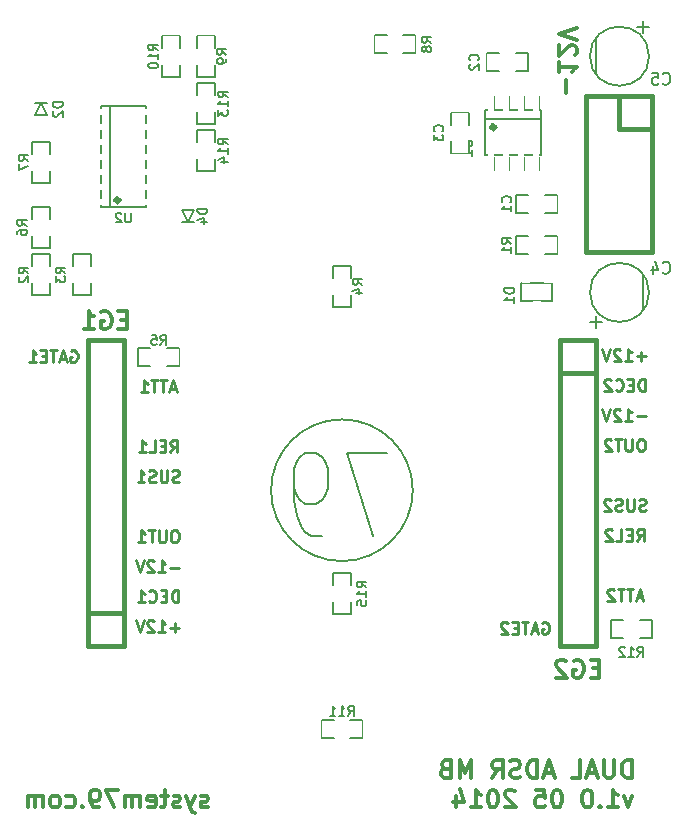
<source format=gbo>
G04 (created by PCBNEW (2013-07-07 BZR 4022)-stable) date 2014-05-25 10:59:23 PM*
%MOIN*%
G04 Gerber Fmt 3.4, Leading zero omitted, Abs format*
%FSLAX34Y34*%
G01*
G70*
G90*
G04 APERTURE LIST*
%ADD10C,0.00590551*%
%ADD11C,0.011811*%
%ADD12C,0.00984252*%
%ADD13C,0.015*%
%ADD14C,0.005*%
%ADD15C,0.016*%
%ADD16C,0.0026*%
%ADD17C,0.008*%
%ADD18C,0.00787402*%
%ADD19C,0.006*%
%ADD20C,0.0787*%
%ADD21R,0.0787X0.0787*%
%ADD22R,0.0276X0.0394*%
%ADD23R,0.0236X0.0866*%
%ADD24R,0.03X0.024*%
%ADD25R,0.0866X0.0236*%
%ADD26R,0.055X0.045*%
%ADD27R,0.045X0.055*%
%ADD28O,0.137795X0.19685*%
%ADD29O,0.0787402X0.137795*%
%ADD30O,0.137795X0.137795*%
%ADD31C,0.0885827*%
%ADD32R,0.0551181X0.0551181*%
%ADD33C,0.0551181*%
G04 APERTURE END LIST*
G54D10*
G54D11*
X50660Y-64777D02*
X50604Y-64805D01*
X50492Y-64805D01*
X50435Y-64777D01*
X50407Y-64721D01*
X50407Y-64693D01*
X50435Y-64637D01*
X50492Y-64609D01*
X50576Y-64609D01*
X50632Y-64580D01*
X50660Y-64524D01*
X50660Y-64496D01*
X50632Y-64440D01*
X50576Y-64412D01*
X50492Y-64412D01*
X50435Y-64440D01*
X50210Y-64412D02*
X50070Y-64805D01*
X49929Y-64412D02*
X50070Y-64805D01*
X50126Y-64946D01*
X50154Y-64974D01*
X50210Y-65002D01*
X49732Y-64777D02*
X49676Y-64805D01*
X49564Y-64805D01*
X49507Y-64777D01*
X49479Y-64721D01*
X49479Y-64693D01*
X49507Y-64637D01*
X49564Y-64609D01*
X49648Y-64609D01*
X49704Y-64580D01*
X49732Y-64524D01*
X49732Y-64496D01*
X49704Y-64440D01*
X49648Y-64412D01*
X49564Y-64412D01*
X49507Y-64440D01*
X49311Y-64412D02*
X49086Y-64412D01*
X49226Y-64215D02*
X49226Y-64721D01*
X49198Y-64777D01*
X49142Y-64805D01*
X49086Y-64805D01*
X48664Y-64777D02*
X48720Y-64805D01*
X48832Y-64805D01*
X48889Y-64777D01*
X48917Y-64721D01*
X48917Y-64496D01*
X48889Y-64440D01*
X48832Y-64412D01*
X48720Y-64412D01*
X48664Y-64440D01*
X48636Y-64496D01*
X48636Y-64552D01*
X48917Y-64609D01*
X48383Y-64805D02*
X48383Y-64412D01*
X48383Y-64468D02*
X48354Y-64440D01*
X48298Y-64412D01*
X48214Y-64412D01*
X48158Y-64440D01*
X48129Y-64496D01*
X48129Y-64805D01*
X48129Y-64496D02*
X48101Y-64440D01*
X48045Y-64412D01*
X47961Y-64412D01*
X47904Y-64440D01*
X47876Y-64496D01*
X47876Y-64805D01*
X47651Y-64215D02*
X47258Y-64215D01*
X47511Y-64805D01*
X47005Y-64805D02*
X46892Y-64805D01*
X46836Y-64777D01*
X46808Y-64749D01*
X46751Y-64665D01*
X46723Y-64552D01*
X46723Y-64327D01*
X46751Y-64271D01*
X46780Y-64243D01*
X46836Y-64215D01*
X46948Y-64215D01*
X47005Y-64243D01*
X47033Y-64271D01*
X47061Y-64327D01*
X47061Y-64468D01*
X47033Y-64524D01*
X47005Y-64552D01*
X46948Y-64580D01*
X46836Y-64580D01*
X46780Y-64552D01*
X46751Y-64524D01*
X46723Y-64468D01*
X46470Y-64749D02*
X46442Y-64777D01*
X46470Y-64805D01*
X46498Y-64777D01*
X46470Y-64749D01*
X46470Y-64805D01*
X45936Y-64777D02*
X45992Y-64805D01*
X46105Y-64805D01*
X46161Y-64777D01*
X46189Y-64749D01*
X46217Y-64693D01*
X46217Y-64524D01*
X46189Y-64468D01*
X46161Y-64440D01*
X46105Y-64412D01*
X45992Y-64412D01*
X45936Y-64440D01*
X45598Y-64805D02*
X45655Y-64777D01*
X45683Y-64749D01*
X45711Y-64693D01*
X45711Y-64524D01*
X45683Y-64468D01*
X45655Y-64440D01*
X45598Y-64412D01*
X45514Y-64412D01*
X45458Y-64440D01*
X45430Y-64468D01*
X45402Y-64524D01*
X45402Y-64693D01*
X45430Y-64749D01*
X45458Y-64777D01*
X45514Y-64805D01*
X45598Y-64805D01*
X45149Y-64805D02*
X45149Y-64412D01*
X45149Y-64468D02*
X45120Y-64440D01*
X45064Y-64412D01*
X44980Y-64412D01*
X44924Y-64440D01*
X44895Y-64496D01*
X44895Y-64805D01*
X44895Y-64496D02*
X44867Y-64440D01*
X44811Y-64412D01*
X44727Y-64412D01*
X44670Y-64440D01*
X44642Y-64496D01*
X44642Y-64805D01*
X64791Y-64412D02*
X64651Y-64805D01*
X64510Y-64412D01*
X63976Y-64805D02*
X64313Y-64805D01*
X64145Y-64805D02*
X64145Y-64215D01*
X64201Y-64299D01*
X64257Y-64356D01*
X64313Y-64384D01*
X63723Y-64749D02*
X63695Y-64777D01*
X63723Y-64805D01*
X63751Y-64777D01*
X63723Y-64749D01*
X63723Y-64805D01*
X63329Y-64215D02*
X63273Y-64215D01*
X63217Y-64243D01*
X63188Y-64271D01*
X63160Y-64327D01*
X63132Y-64440D01*
X63132Y-64580D01*
X63160Y-64693D01*
X63188Y-64749D01*
X63217Y-64777D01*
X63273Y-64805D01*
X63329Y-64805D01*
X63385Y-64777D01*
X63413Y-64749D01*
X63442Y-64693D01*
X63470Y-64580D01*
X63470Y-64440D01*
X63442Y-64327D01*
X63413Y-64271D01*
X63385Y-64243D01*
X63329Y-64215D01*
X62317Y-64215D02*
X62260Y-64215D01*
X62204Y-64243D01*
X62176Y-64271D01*
X62148Y-64327D01*
X62120Y-64440D01*
X62120Y-64580D01*
X62148Y-64693D01*
X62176Y-64749D01*
X62204Y-64777D01*
X62260Y-64805D01*
X62317Y-64805D01*
X62373Y-64777D01*
X62401Y-64749D01*
X62429Y-64693D01*
X62457Y-64580D01*
X62457Y-64440D01*
X62429Y-64327D01*
X62401Y-64271D01*
X62373Y-64243D01*
X62317Y-64215D01*
X61586Y-64215D02*
X61867Y-64215D01*
X61895Y-64496D01*
X61867Y-64468D01*
X61811Y-64440D01*
X61670Y-64440D01*
X61614Y-64468D01*
X61586Y-64496D01*
X61557Y-64552D01*
X61557Y-64693D01*
X61586Y-64749D01*
X61614Y-64777D01*
X61670Y-64805D01*
X61811Y-64805D01*
X61867Y-64777D01*
X61895Y-64749D01*
X60883Y-64271D02*
X60854Y-64243D01*
X60798Y-64215D01*
X60658Y-64215D01*
X60601Y-64243D01*
X60573Y-64271D01*
X60545Y-64327D01*
X60545Y-64384D01*
X60573Y-64468D01*
X60911Y-64805D01*
X60545Y-64805D01*
X60179Y-64215D02*
X60123Y-64215D01*
X60067Y-64243D01*
X60039Y-64271D01*
X60011Y-64327D01*
X59983Y-64440D01*
X59983Y-64580D01*
X60011Y-64693D01*
X60039Y-64749D01*
X60067Y-64777D01*
X60123Y-64805D01*
X60179Y-64805D01*
X60236Y-64777D01*
X60264Y-64749D01*
X60292Y-64693D01*
X60320Y-64580D01*
X60320Y-64440D01*
X60292Y-64327D01*
X60264Y-64271D01*
X60236Y-64243D01*
X60179Y-64215D01*
X59420Y-64805D02*
X59758Y-64805D01*
X59589Y-64805D02*
X59589Y-64215D01*
X59645Y-64299D01*
X59701Y-64356D01*
X59758Y-64384D01*
X58914Y-64412D02*
X58914Y-64805D01*
X59055Y-64187D02*
X59195Y-64609D01*
X58830Y-64609D01*
X64777Y-63821D02*
X64777Y-63231D01*
X64637Y-63231D01*
X64552Y-63259D01*
X64496Y-63315D01*
X64468Y-63371D01*
X64440Y-63484D01*
X64440Y-63568D01*
X64468Y-63681D01*
X64496Y-63737D01*
X64552Y-63793D01*
X64637Y-63821D01*
X64777Y-63821D01*
X64187Y-63231D02*
X64187Y-63709D01*
X64159Y-63765D01*
X64131Y-63793D01*
X64074Y-63821D01*
X63962Y-63821D01*
X63906Y-63793D01*
X63877Y-63765D01*
X63849Y-63709D01*
X63849Y-63231D01*
X63596Y-63652D02*
X63315Y-63652D01*
X63652Y-63821D02*
X63456Y-63231D01*
X63259Y-63821D01*
X62781Y-63821D02*
X63062Y-63821D01*
X63062Y-63231D01*
X62162Y-63652D02*
X61881Y-63652D01*
X62218Y-63821D02*
X62021Y-63231D01*
X61825Y-63821D01*
X61628Y-63821D02*
X61628Y-63231D01*
X61487Y-63231D01*
X61403Y-63259D01*
X61347Y-63315D01*
X61318Y-63371D01*
X61290Y-63484D01*
X61290Y-63568D01*
X61318Y-63681D01*
X61347Y-63737D01*
X61403Y-63793D01*
X61487Y-63821D01*
X61628Y-63821D01*
X61065Y-63793D02*
X60981Y-63821D01*
X60840Y-63821D01*
X60784Y-63793D01*
X60756Y-63765D01*
X60728Y-63709D01*
X60728Y-63652D01*
X60756Y-63596D01*
X60784Y-63568D01*
X60840Y-63540D01*
X60953Y-63512D01*
X61009Y-63484D01*
X61037Y-63456D01*
X61065Y-63399D01*
X61065Y-63343D01*
X61037Y-63287D01*
X61009Y-63259D01*
X60953Y-63231D01*
X60812Y-63231D01*
X60728Y-63259D01*
X60137Y-63821D02*
X60334Y-63540D01*
X60475Y-63821D02*
X60475Y-63231D01*
X60250Y-63231D01*
X60194Y-63259D01*
X60165Y-63287D01*
X60137Y-63343D01*
X60137Y-63428D01*
X60165Y-63484D01*
X60194Y-63512D01*
X60250Y-63540D01*
X60475Y-63540D01*
X59434Y-63821D02*
X59434Y-63231D01*
X59237Y-63652D01*
X59041Y-63231D01*
X59041Y-63821D01*
X58562Y-63512D02*
X58478Y-63540D01*
X58450Y-63568D01*
X58422Y-63624D01*
X58422Y-63709D01*
X58450Y-63765D01*
X58478Y-63793D01*
X58534Y-63821D01*
X58759Y-63821D01*
X58759Y-63231D01*
X58562Y-63231D01*
X58506Y-63259D01*
X58478Y-63287D01*
X58450Y-63343D01*
X58450Y-63399D01*
X58478Y-63456D01*
X58506Y-63484D01*
X58562Y-63512D01*
X58759Y-63512D01*
G54D12*
X65244Y-49769D02*
X64944Y-49769D01*
X65094Y-49919D02*
X65094Y-49619D01*
X64551Y-49919D02*
X64776Y-49919D01*
X64663Y-49919D02*
X64663Y-49525D01*
X64701Y-49581D01*
X64738Y-49619D01*
X64776Y-49637D01*
X64401Y-49562D02*
X64382Y-49544D01*
X64344Y-49525D01*
X64251Y-49525D01*
X64213Y-49544D01*
X64194Y-49562D01*
X64176Y-49600D01*
X64176Y-49637D01*
X64194Y-49694D01*
X64419Y-49919D01*
X64176Y-49919D01*
X64063Y-49525D02*
X63932Y-49919D01*
X63801Y-49525D01*
X65244Y-51769D02*
X64944Y-51769D01*
X64551Y-51919D02*
X64776Y-51919D01*
X64663Y-51919D02*
X64663Y-51525D01*
X64701Y-51581D01*
X64738Y-51619D01*
X64776Y-51637D01*
X64401Y-51562D02*
X64382Y-51544D01*
X64344Y-51525D01*
X64251Y-51525D01*
X64213Y-51544D01*
X64194Y-51562D01*
X64176Y-51600D01*
X64176Y-51637D01*
X64194Y-51694D01*
X64419Y-51919D01*
X64176Y-51919D01*
X64063Y-51525D02*
X63932Y-51919D01*
X63801Y-51525D01*
X65216Y-50919D02*
X65216Y-50525D01*
X65122Y-50525D01*
X65066Y-50544D01*
X65029Y-50581D01*
X65010Y-50619D01*
X64991Y-50694D01*
X64991Y-50750D01*
X65010Y-50825D01*
X65029Y-50862D01*
X65066Y-50900D01*
X65122Y-50919D01*
X65216Y-50919D01*
X64823Y-50712D02*
X64691Y-50712D01*
X64635Y-50919D02*
X64823Y-50919D01*
X64823Y-50525D01*
X64635Y-50525D01*
X64241Y-50881D02*
X64260Y-50900D01*
X64316Y-50919D01*
X64354Y-50919D01*
X64410Y-50900D01*
X64448Y-50862D01*
X64466Y-50825D01*
X64485Y-50750D01*
X64485Y-50694D01*
X64466Y-50619D01*
X64448Y-50581D01*
X64410Y-50544D01*
X64354Y-50525D01*
X64316Y-50525D01*
X64260Y-50544D01*
X64241Y-50562D01*
X64091Y-50562D02*
X64073Y-50544D01*
X64035Y-50525D01*
X63941Y-50525D01*
X63904Y-50544D01*
X63885Y-50562D01*
X63866Y-50600D01*
X63866Y-50637D01*
X63885Y-50694D01*
X64110Y-50919D01*
X63866Y-50919D01*
X65132Y-52525D02*
X65057Y-52525D01*
X65019Y-52544D01*
X64982Y-52581D01*
X64963Y-52656D01*
X64963Y-52787D01*
X64982Y-52862D01*
X65019Y-52900D01*
X65057Y-52919D01*
X65132Y-52919D01*
X65169Y-52900D01*
X65207Y-52862D01*
X65226Y-52787D01*
X65226Y-52656D01*
X65207Y-52581D01*
X65169Y-52544D01*
X65132Y-52525D01*
X64794Y-52525D02*
X64794Y-52844D01*
X64776Y-52881D01*
X64757Y-52900D01*
X64719Y-52919D01*
X64644Y-52919D01*
X64607Y-52900D01*
X64588Y-52881D01*
X64569Y-52844D01*
X64569Y-52525D01*
X64438Y-52525D02*
X64213Y-52525D01*
X64326Y-52919D02*
X64326Y-52525D01*
X64101Y-52562D02*
X64082Y-52544D01*
X64044Y-52525D01*
X63951Y-52525D01*
X63913Y-52544D01*
X63895Y-52562D01*
X63876Y-52600D01*
X63876Y-52637D01*
X63895Y-52694D01*
X64119Y-52919D01*
X63876Y-52919D01*
X65244Y-54900D02*
X65188Y-54919D01*
X65094Y-54919D01*
X65057Y-54900D01*
X65038Y-54881D01*
X65019Y-54844D01*
X65019Y-54806D01*
X65038Y-54769D01*
X65057Y-54750D01*
X65094Y-54731D01*
X65169Y-54712D01*
X65207Y-54694D01*
X65226Y-54675D01*
X65244Y-54637D01*
X65244Y-54600D01*
X65226Y-54562D01*
X65207Y-54544D01*
X65169Y-54525D01*
X65076Y-54525D01*
X65019Y-54544D01*
X64851Y-54525D02*
X64851Y-54844D01*
X64832Y-54881D01*
X64813Y-54900D01*
X64776Y-54919D01*
X64701Y-54919D01*
X64663Y-54900D01*
X64644Y-54881D01*
X64626Y-54844D01*
X64626Y-54525D01*
X64457Y-54900D02*
X64401Y-54919D01*
X64307Y-54919D01*
X64269Y-54900D01*
X64251Y-54881D01*
X64232Y-54844D01*
X64232Y-54806D01*
X64251Y-54769D01*
X64269Y-54750D01*
X64307Y-54731D01*
X64382Y-54712D01*
X64419Y-54694D01*
X64438Y-54675D01*
X64457Y-54637D01*
X64457Y-54600D01*
X64438Y-54562D01*
X64419Y-54544D01*
X64382Y-54525D01*
X64288Y-54525D01*
X64232Y-54544D01*
X64082Y-54562D02*
X64063Y-54544D01*
X64026Y-54525D01*
X63932Y-54525D01*
X63895Y-54544D01*
X63876Y-54562D01*
X63857Y-54600D01*
X63857Y-54637D01*
X63876Y-54694D01*
X64101Y-54919D01*
X63857Y-54919D01*
X64954Y-55919D02*
X65085Y-55731D01*
X65179Y-55919D02*
X65179Y-55525D01*
X65029Y-55525D01*
X64991Y-55544D01*
X64973Y-55562D01*
X64954Y-55600D01*
X64954Y-55656D01*
X64973Y-55694D01*
X64991Y-55712D01*
X65029Y-55731D01*
X65179Y-55731D01*
X64785Y-55712D02*
X64654Y-55712D01*
X64598Y-55919D02*
X64785Y-55919D01*
X64785Y-55525D01*
X64598Y-55525D01*
X64241Y-55919D02*
X64429Y-55919D01*
X64429Y-55525D01*
X64129Y-55562D02*
X64110Y-55544D01*
X64073Y-55525D01*
X63979Y-55525D01*
X63941Y-55544D01*
X63923Y-55562D01*
X63904Y-55600D01*
X63904Y-55637D01*
X63923Y-55694D01*
X64148Y-55919D01*
X63904Y-55919D01*
X65132Y-57806D02*
X64944Y-57806D01*
X65169Y-57919D02*
X65038Y-57525D01*
X64907Y-57919D01*
X64832Y-57525D02*
X64607Y-57525D01*
X64719Y-57919D02*
X64719Y-57525D01*
X64532Y-57525D02*
X64307Y-57525D01*
X64419Y-57919D02*
X64419Y-57525D01*
X64194Y-57562D02*
X64176Y-57544D01*
X64138Y-57525D01*
X64044Y-57525D01*
X64007Y-57544D01*
X63988Y-57562D01*
X63970Y-57600D01*
X63970Y-57637D01*
X63988Y-57694D01*
X64213Y-57919D01*
X63970Y-57919D01*
X61801Y-58642D02*
X61839Y-58623D01*
X61895Y-58623D01*
X61951Y-58642D01*
X61989Y-58680D01*
X62007Y-58717D01*
X62026Y-58792D01*
X62026Y-58848D01*
X62007Y-58923D01*
X61989Y-58961D01*
X61951Y-58998D01*
X61895Y-59017D01*
X61857Y-59017D01*
X61801Y-58998D01*
X61782Y-58980D01*
X61782Y-58848D01*
X61857Y-58848D01*
X61632Y-58905D02*
X61445Y-58905D01*
X61670Y-59017D02*
X61539Y-58623D01*
X61407Y-59017D01*
X61332Y-58623D02*
X61107Y-58623D01*
X61220Y-59017D02*
X61220Y-58623D01*
X60976Y-58811D02*
X60845Y-58811D01*
X60789Y-59017D02*
X60976Y-59017D01*
X60976Y-58623D01*
X60789Y-58623D01*
X60639Y-58661D02*
X60620Y-58642D01*
X60583Y-58623D01*
X60489Y-58623D01*
X60451Y-58642D01*
X60433Y-58661D01*
X60414Y-58698D01*
X60414Y-58736D01*
X60433Y-58792D01*
X60658Y-59017D01*
X60414Y-59017D01*
X46081Y-49587D02*
X46118Y-49568D01*
X46174Y-49568D01*
X46231Y-49587D01*
X46268Y-49625D01*
X46287Y-49662D01*
X46306Y-49737D01*
X46306Y-49793D01*
X46287Y-49868D01*
X46268Y-49906D01*
X46231Y-49943D01*
X46174Y-49962D01*
X46137Y-49962D01*
X46081Y-49943D01*
X46062Y-49925D01*
X46062Y-49793D01*
X46137Y-49793D01*
X45912Y-49850D02*
X45724Y-49850D01*
X45949Y-49962D02*
X45818Y-49568D01*
X45687Y-49962D01*
X45612Y-49568D02*
X45387Y-49568D01*
X45500Y-49962D02*
X45500Y-49568D01*
X45256Y-49756D02*
X45125Y-49756D01*
X45068Y-49962D02*
X45256Y-49962D01*
X45256Y-49568D01*
X45068Y-49568D01*
X44693Y-49962D02*
X44918Y-49962D01*
X44806Y-49962D02*
X44806Y-49568D01*
X44843Y-49625D01*
X44881Y-49662D01*
X44918Y-49681D01*
X49581Y-50850D02*
X49393Y-50850D01*
X49618Y-50962D02*
X49487Y-50568D01*
X49356Y-50962D01*
X49281Y-50568D02*
X49056Y-50568D01*
X49168Y-50962D02*
X49168Y-50568D01*
X48981Y-50568D02*
X48756Y-50568D01*
X48868Y-50962D02*
X48868Y-50568D01*
X48418Y-50962D02*
X48643Y-50962D01*
X48531Y-50962D02*
X48531Y-50568D01*
X48568Y-50625D01*
X48606Y-50662D01*
X48643Y-50681D01*
X49403Y-52962D02*
X49534Y-52775D01*
X49628Y-52962D02*
X49628Y-52568D01*
X49478Y-52568D01*
X49440Y-52587D01*
X49421Y-52606D01*
X49403Y-52643D01*
X49403Y-52700D01*
X49421Y-52737D01*
X49440Y-52756D01*
X49478Y-52775D01*
X49628Y-52775D01*
X49234Y-52756D02*
X49103Y-52756D01*
X49046Y-52962D02*
X49234Y-52962D01*
X49234Y-52568D01*
X49046Y-52568D01*
X48690Y-52962D02*
X48878Y-52962D01*
X48878Y-52568D01*
X48353Y-52962D02*
X48578Y-52962D01*
X48465Y-52962D02*
X48465Y-52568D01*
X48503Y-52625D01*
X48540Y-52662D01*
X48578Y-52681D01*
X49693Y-53943D02*
X49637Y-53962D01*
X49543Y-53962D01*
X49506Y-53943D01*
X49487Y-53925D01*
X49468Y-53887D01*
X49468Y-53850D01*
X49487Y-53812D01*
X49506Y-53793D01*
X49543Y-53775D01*
X49618Y-53756D01*
X49656Y-53737D01*
X49674Y-53718D01*
X49693Y-53681D01*
X49693Y-53643D01*
X49674Y-53606D01*
X49656Y-53587D01*
X49618Y-53568D01*
X49524Y-53568D01*
X49468Y-53587D01*
X49299Y-53568D02*
X49299Y-53887D01*
X49281Y-53925D01*
X49262Y-53943D01*
X49224Y-53962D01*
X49149Y-53962D01*
X49112Y-53943D01*
X49093Y-53925D01*
X49074Y-53887D01*
X49074Y-53568D01*
X48906Y-53943D02*
X48850Y-53962D01*
X48756Y-53962D01*
X48718Y-53943D01*
X48700Y-53925D01*
X48681Y-53887D01*
X48681Y-53850D01*
X48700Y-53812D01*
X48718Y-53793D01*
X48756Y-53775D01*
X48831Y-53756D01*
X48868Y-53737D01*
X48887Y-53718D01*
X48906Y-53681D01*
X48906Y-53643D01*
X48887Y-53606D01*
X48868Y-53587D01*
X48831Y-53568D01*
X48737Y-53568D01*
X48681Y-53587D01*
X48306Y-53962D02*
X48531Y-53962D01*
X48418Y-53962D02*
X48418Y-53568D01*
X48456Y-53625D01*
X48493Y-53662D01*
X48531Y-53681D01*
X49581Y-55568D02*
X49506Y-55568D01*
X49468Y-55587D01*
X49431Y-55625D01*
X49412Y-55700D01*
X49412Y-55831D01*
X49431Y-55906D01*
X49468Y-55943D01*
X49506Y-55962D01*
X49581Y-55962D01*
X49618Y-55943D01*
X49656Y-55906D01*
X49674Y-55831D01*
X49674Y-55700D01*
X49656Y-55625D01*
X49618Y-55587D01*
X49581Y-55568D01*
X49243Y-55568D02*
X49243Y-55887D01*
X49224Y-55925D01*
X49206Y-55943D01*
X49168Y-55962D01*
X49093Y-55962D01*
X49056Y-55943D01*
X49037Y-55925D01*
X49018Y-55887D01*
X49018Y-55568D01*
X48887Y-55568D02*
X48662Y-55568D01*
X48775Y-55962D02*
X48775Y-55568D01*
X48325Y-55962D02*
X48550Y-55962D01*
X48437Y-55962D02*
X48437Y-55568D01*
X48475Y-55625D01*
X48512Y-55662D01*
X48550Y-55681D01*
X49665Y-57962D02*
X49665Y-57568D01*
X49571Y-57568D01*
X49515Y-57587D01*
X49478Y-57625D01*
X49459Y-57662D01*
X49440Y-57737D01*
X49440Y-57793D01*
X49459Y-57868D01*
X49478Y-57906D01*
X49515Y-57943D01*
X49571Y-57962D01*
X49665Y-57962D01*
X49271Y-57756D02*
X49140Y-57756D01*
X49084Y-57962D02*
X49271Y-57962D01*
X49271Y-57568D01*
X49084Y-57568D01*
X48690Y-57925D02*
X48709Y-57943D01*
X48765Y-57962D01*
X48803Y-57962D01*
X48859Y-57943D01*
X48896Y-57906D01*
X48915Y-57868D01*
X48934Y-57793D01*
X48934Y-57737D01*
X48915Y-57662D01*
X48896Y-57625D01*
X48859Y-57587D01*
X48803Y-57568D01*
X48765Y-57568D01*
X48709Y-57587D01*
X48690Y-57606D01*
X48315Y-57962D02*
X48540Y-57962D01*
X48428Y-57962D02*
X48428Y-57568D01*
X48465Y-57625D01*
X48503Y-57662D01*
X48540Y-57681D01*
X49693Y-56812D02*
X49393Y-56812D01*
X49000Y-56962D02*
X49224Y-56962D01*
X49112Y-56962D02*
X49112Y-56568D01*
X49149Y-56625D01*
X49187Y-56662D01*
X49224Y-56681D01*
X48850Y-56606D02*
X48831Y-56587D01*
X48793Y-56568D01*
X48700Y-56568D01*
X48662Y-56587D01*
X48643Y-56606D01*
X48625Y-56643D01*
X48625Y-56681D01*
X48643Y-56737D01*
X48868Y-56962D01*
X48625Y-56962D01*
X48512Y-56568D02*
X48381Y-56962D01*
X48250Y-56568D01*
X49693Y-58812D02*
X49393Y-58812D01*
X49543Y-58962D02*
X49543Y-58662D01*
X49000Y-58962D02*
X49224Y-58962D01*
X49112Y-58962D02*
X49112Y-58568D01*
X49149Y-58625D01*
X49187Y-58662D01*
X49224Y-58681D01*
X48850Y-58606D02*
X48831Y-58587D01*
X48793Y-58568D01*
X48700Y-58568D01*
X48662Y-58587D01*
X48643Y-58606D01*
X48625Y-58643D01*
X48625Y-58681D01*
X48643Y-58737D01*
X48868Y-58962D01*
X48625Y-58962D01*
X48512Y-58568D02*
X48381Y-58962D01*
X48250Y-58568D01*
G54D11*
X63695Y-60165D02*
X63498Y-60165D01*
X63413Y-60475D02*
X63695Y-60475D01*
X63695Y-59884D01*
X63413Y-59884D01*
X62851Y-59912D02*
X62907Y-59884D01*
X62992Y-59884D01*
X63076Y-59912D01*
X63132Y-59969D01*
X63160Y-60025D01*
X63188Y-60137D01*
X63188Y-60222D01*
X63160Y-60334D01*
X63132Y-60390D01*
X63076Y-60447D01*
X62992Y-60475D01*
X62935Y-60475D01*
X62851Y-60447D01*
X62823Y-60419D01*
X62823Y-60222D01*
X62935Y-60222D01*
X62598Y-59940D02*
X62570Y-59912D01*
X62514Y-59884D01*
X62373Y-59884D01*
X62317Y-59912D01*
X62289Y-59940D01*
X62260Y-59997D01*
X62260Y-60053D01*
X62289Y-60137D01*
X62626Y-60475D01*
X62260Y-60475D01*
X47947Y-48551D02*
X47750Y-48551D01*
X47665Y-48861D02*
X47947Y-48861D01*
X47947Y-48270D01*
X47665Y-48270D01*
X47103Y-48298D02*
X47159Y-48270D01*
X47244Y-48270D01*
X47328Y-48298D01*
X47384Y-48354D01*
X47412Y-48411D01*
X47440Y-48523D01*
X47440Y-48607D01*
X47412Y-48720D01*
X47384Y-48776D01*
X47328Y-48832D01*
X47244Y-48861D01*
X47187Y-48861D01*
X47103Y-48832D01*
X47075Y-48804D01*
X47075Y-48607D01*
X47187Y-48607D01*
X46512Y-48861D02*
X46850Y-48861D01*
X46681Y-48861D02*
X46681Y-48270D01*
X46737Y-48354D01*
X46794Y-48411D01*
X46850Y-48439D01*
X62584Y-41001D02*
X62584Y-40551D01*
X62359Y-39960D02*
X62359Y-40298D01*
X62359Y-40129D02*
X62949Y-40129D01*
X62865Y-40185D01*
X62809Y-40241D01*
X62781Y-40298D01*
X62893Y-39735D02*
X62921Y-39707D01*
X62949Y-39651D01*
X62949Y-39510D01*
X62921Y-39454D01*
X62893Y-39426D01*
X62837Y-39398D01*
X62781Y-39398D01*
X62696Y-39426D01*
X62359Y-39763D01*
X62359Y-39398D01*
X62949Y-39229D02*
X62359Y-39032D01*
X62949Y-38835D01*
G54D13*
X63270Y-46300D02*
X65470Y-46300D01*
X65470Y-46300D02*
X65470Y-41100D01*
X63270Y-41100D02*
X63270Y-46300D01*
X64370Y-42200D02*
X65470Y-42200D01*
X64370Y-42200D02*
X64370Y-41100D01*
X65470Y-41100D02*
X63270Y-41100D01*
G54D14*
X62114Y-47337D02*
X61089Y-47337D01*
X61089Y-47337D02*
X61089Y-47937D01*
X61089Y-47937D02*
X62114Y-47937D01*
X62114Y-47937D02*
X62114Y-47337D01*
G54D15*
X60225Y-42133D02*
G75*
G03X60225Y-42133I-70J0D01*
G74*
G01*
G54D16*
X59980Y-41102D02*
X60173Y-41102D01*
X60173Y-41102D02*
X60173Y-41535D01*
X59980Y-41535D02*
X60173Y-41535D01*
X59980Y-41102D02*
X59980Y-41535D01*
X60480Y-41102D02*
X60673Y-41102D01*
X60673Y-41102D02*
X60673Y-41535D01*
X60480Y-41535D02*
X60673Y-41535D01*
X60480Y-41102D02*
X60480Y-41535D01*
X60979Y-41102D02*
X61172Y-41102D01*
X61172Y-41102D02*
X61172Y-41535D01*
X60979Y-41535D02*
X61172Y-41535D01*
X60979Y-41102D02*
X60979Y-41535D01*
X61479Y-41102D02*
X61672Y-41102D01*
X61672Y-41102D02*
X61672Y-41535D01*
X61479Y-41535D02*
X61672Y-41535D01*
X61479Y-41102D02*
X61479Y-41535D01*
X61479Y-43109D02*
X61672Y-43109D01*
X61672Y-43109D02*
X61672Y-43542D01*
X61479Y-43542D02*
X61672Y-43542D01*
X61479Y-43109D02*
X61479Y-43542D01*
X60979Y-43109D02*
X61172Y-43109D01*
X61172Y-43109D02*
X61172Y-43542D01*
X60979Y-43542D02*
X61172Y-43542D01*
X60979Y-43109D02*
X60979Y-43542D01*
X60480Y-43109D02*
X60673Y-43109D01*
X60673Y-43109D02*
X60673Y-43542D01*
X60480Y-43542D02*
X60673Y-43542D01*
X60480Y-43109D02*
X60480Y-43542D01*
X59980Y-43109D02*
X60173Y-43109D01*
X60173Y-43109D02*
X60173Y-43542D01*
X59980Y-43542D02*
X60173Y-43542D01*
X59980Y-43109D02*
X59980Y-43542D01*
G54D17*
X61770Y-43070D02*
X61770Y-41771D01*
X61770Y-41771D02*
X61770Y-41574D01*
X61770Y-41574D02*
X59882Y-41574D01*
X59882Y-41574D02*
X59882Y-41771D01*
X59882Y-41771D02*
X59882Y-43070D01*
X59882Y-43070D02*
X61770Y-43070D01*
X61770Y-41871D02*
X59882Y-41871D01*
G54D10*
X45278Y-41335D02*
X44878Y-41335D01*
X45278Y-41735D02*
X44878Y-41735D01*
X44878Y-41735D02*
X45078Y-41335D01*
X45078Y-41335D02*
X45278Y-41735D01*
X49800Y-45278D02*
X50200Y-45278D01*
X49800Y-44878D02*
X50200Y-44878D01*
X50200Y-44878D02*
X50000Y-45278D01*
X50000Y-45278D02*
X49800Y-44878D01*
G54D13*
X47705Y-44560D02*
G75*
G03X47705Y-44560I-70J0D01*
G74*
G01*
G54D16*
X46614Y-44706D02*
X46614Y-44513D01*
X46614Y-44513D02*
X47047Y-44513D01*
X47047Y-44706D02*
X47047Y-44513D01*
X46614Y-44706D02*
X47047Y-44706D01*
X46614Y-44206D02*
X46614Y-44013D01*
X46614Y-44013D02*
X47047Y-44013D01*
X47047Y-44206D02*
X47047Y-44013D01*
X46614Y-44206D02*
X47047Y-44206D01*
X46614Y-43706D02*
X46614Y-43513D01*
X46614Y-43513D02*
X47047Y-43513D01*
X47047Y-43706D02*
X47047Y-43513D01*
X46614Y-43706D02*
X47047Y-43706D01*
X46614Y-43206D02*
X46614Y-43014D01*
X46614Y-43014D02*
X47047Y-43014D01*
X47047Y-43206D02*
X47047Y-43014D01*
X46614Y-43206D02*
X47047Y-43206D01*
X48621Y-43206D02*
X48621Y-43014D01*
X48621Y-43014D02*
X49054Y-43014D01*
X49054Y-43206D02*
X49054Y-43014D01*
X48621Y-43206D02*
X49054Y-43206D01*
X48621Y-43706D02*
X48621Y-43513D01*
X48621Y-43513D02*
X49054Y-43513D01*
X49054Y-43706D02*
X49054Y-43513D01*
X48621Y-43706D02*
X49054Y-43706D01*
X48621Y-44206D02*
X48621Y-44013D01*
X48621Y-44013D02*
X49054Y-44013D01*
X49054Y-44206D02*
X49054Y-44013D01*
X48621Y-44206D02*
X49054Y-44206D01*
X48621Y-44706D02*
X48621Y-44513D01*
X48621Y-44513D02*
X49054Y-44513D01*
X49054Y-44706D02*
X49054Y-44513D01*
X48621Y-44706D02*
X49054Y-44706D01*
X46614Y-42707D02*
X46614Y-42514D01*
X46614Y-42514D02*
X47047Y-42514D01*
X47047Y-42707D02*
X47047Y-42514D01*
X46614Y-42707D02*
X47047Y-42707D01*
X46614Y-42207D02*
X46614Y-42014D01*
X46614Y-42014D02*
X47047Y-42014D01*
X47047Y-42207D02*
X47047Y-42014D01*
X46614Y-42207D02*
X47047Y-42207D01*
X46614Y-41707D02*
X46614Y-41514D01*
X46614Y-41514D02*
X47047Y-41514D01*
X47047Y-41707D02*
X47047Y-41514D01*
X46614Y-41707D02*
X47047Y-41707D01*
X48621Y-41707D02*
X48621Y-41514D01*
X48621Y-41514D02*
X49054Y-41514D01*
X49054Y-41707D02*
X49054Y-41514D01*
X48621Y-41707D02*
X49054Y-41707D01*
X48621Y-42207D02*
X48621Y-42014D01*
X48621Y-42014D02*
X49054Y-42014D01*
X49054Y-42207D02*
X49054Y-42014D01*
X48621Y-42207D02*
X49054Y-42207D01*
X48621Y-42707D02*
X48621Y-42514D01*
X48621Y-42514D02*
X49054Y-42514D01*
X49054Y-42707D02*
X49054Y-42514D01*
X48621Y-42707D02*
X49054Y-42707D01*
G54D17*
X47086Y-41416D02*
X47086Y-44804D01*
X47086Y-44804D02*
X47283Y-44804D01*
X47283Y-44804D02*
X48582Y-44804D01*
X47383Y-41416D02*
X47383Y-44804D01*
X48582Y-41416D02*
X47283Y-41416D01*
X47283Y-41416D02*
X47086Y-41416D01*
X48582Y-44804D02*
X48582Y-41416D01*
G54D14*
X45378Y-43027D02*
X45378Y-42627D01*
X45378Y-42627D02*
X44778Y-42627D01*
X44778Y-42627D02*
X44778Y-43027D01*
X44778Y-43587D02*
X44778Y-43987D01*
X44778Y-43987D02*
X45378Y-43987D01*
X45378Y-43987D02*
X45378Y-43587D01*
X65043Y-59158D02*
X65443Y-59158D01*
X65443Y-59158D02*
X65443Y-58558D01*
X65443Y-58558D02*
X65043Y-58558D01*
X64483Y-58558D02*
X64083Y-58558D01*
X64083Y-58558D02*
X64083Y-59158D01*
X64083Y-59158D02*
X64483Y-59158D01*
X44778Y-45752D02*
X44778Y-46152D01*
X44778Y-46152D02*
X45378Y-46152D01*
X45378Y-46152D02*
X45378Y-45752D01*
X45378Y-45192D02*
X45378Y-44792D01*
X45378Y-44792D02*
X44778Y-44792D01*
X44778Y-44792D02*
X44778Y-45192D01*
X45378Y-46767D02*
X45378Y-46367D01*
X45378Y-46367D02*
X44778Y-46367D01*
X44778Y-46367D02*
X44778Y-46767D01*
X44778Y-47327D02*
X44778Y-47727D01*
X44778Y-47727D02*
X45378Y-47727D01*
X45378Y-47727D02*
X45378Y-47327D01*
X46156Y-47327D02*
X46156Y-47727D01*
X46156Y-47727D02*
X46756Y-47727D01*
X46756Y-47727D02*
X46756Y-47327D01*
X46756Y-46767D02*
X46756Y-46367D01*
X46756Y-46367D02*
X46156Y-46367D01*
X46156Y-46367D02*
X46156Y-46767D01*
X49295Y-50103D02*
X49695Y-50103D01*
X49695Y-50103D02*
X49695Y-49503D01*
X49695Y-49503D02*
X49295Y-49503D01*
X48735Y-49503D02*
X48335Y-49503D01*
X48335Y-49503D02*
X48335Y-50103D01*
X48335Y-50103D02*
X48735Y-50103D01*
X60349Y-39660D02*
X59949Y-39660D01*
X59949Y-39660D02*
X59949Y-40260D01*
X59949Y-40260D02*
X60349Y-40260D01*
X60909Y-40260D02*
X61309Y-40260D01*
X61309Y-40260D02*
X61309Y-39660D01*
X61309Y-39660D02*
X60909Y-39660D01*
X58755Y-42602D02*
X58755Y-43002D01*
X58755Y-43002D02*
X59355Y-43002D01*
X59355Y-43002D02*
X59355Y-42602D01*
X59355Y-42042D02*
X59355Y-41642D01*
X59355Y-41642D02*
X58755Y-41642D01*
X58755Y-41642D02*
X58755Y-42042D01*
X55398Y-62504D02*
X55798Y-62504D01*
X55798Y-62504D02*
X55798Y-61904D01*
X55798Y-61904D02*
X55398Y-61904D01*
X54838Y-61904D02*
X54438Y-61904D01*
X54438Y-61904D02*
X54438Y-62504D01*
X54438Y-62504D02*
X54838Y-62504D01*
X55418Y-57397D02*
X55418Y-56997D01*
X55418Y-56997D02*
X54818Y-56997D01*
X54818Y-56997D02*
X54818Y-57397D01*
X54818Y-57957D02*
X54818Y-58357D01*
X54818Y-58357D02*
X55418Y-58357D01*
X55418Y-58357D02*
X55418Y-57957D01*
X50290Y-43193D02*
X50290Y-43593D01*
X50290Y-43593D02*
X50890Y-43593D01*
X50890Y-43593D02*
X50890Y-43193D01*
X50890Y-42633D02*
X50890Y-42233D01*
X50890Y-42233D02*
X50290Y-42233D01*
X50290Y-42233D02*
X50290Y-42633D01*
X50890Y-41058D02*
X50890Y-40658D01*
X50890Y-40658D02*
X50290Y-40658D01*
X50290Y-40658D02*
X50290Y-41058D01*
X50290Y-41618D02*
X50290Y-42018D01*
X50290Y-42018D02*
X50890Y-42018D01*
X50890Y-42018D02*
X50890Y-41618D01*
X50290Y-40043D02*
X50290Y-40443D01*
X50290Y-40443D02*
X50890Y-40443D01*
X50890Y-40443D02*
X50890Y-40043D01*
X50890Y-39483D02*
X50890Y-39083D01*
X50890Y-39083D02*
X50290Y-39083D01*
X50290Y-39083D02*
X50290Y-39483D01*
X49709Y-39483D02*
X49709Y-39083D01*
X49709Y-39083D02*
X49109Y-39083D01*
X49109Y-39083D02*
X49109Y-39483D01*
X49109Y-40043D02*
X49109Y-40443D01*
X49109Y-40443D02*
X49709Y-40443D01*
X49709Y-40443D02*
X49709Y-40043D01*
X54818Y-47720D02*
X54818Y-48120D01*
X54818Y-48120D02*
X55418Y-48120D01*
X55418Y-48120D02*
X55418Y-47720D01*
X55418Y-47160D02*
X55418Y-46760D01*
X55418Y-46760D02*
X54818Y-46760D01*
X54818Y-46760D02*
X54818Y-47160D01*
X57169Y-39670D02*
X57569Y-39670D01*
X57569Y-39670D02*
X57569Y-39070D01*
X57569Y-39070D02*
X57169Y-39070D01*
X56609Y-39070D02*
X56209Y-39070D01*
X56209Y-39070D02*
X56209Y-39670D01*
X56209Y-39670D02*
X56609Y-39670D01*
X61334Y-44385D02*
X60934Y-44385D01*
X60934Y-44385D02*
X60934Y-44985D01*
X60934Y-44985D02*
X61334Y-44985D01*
X61894Y-44985D02*
X62294Y-44985D01*
X62294Y-44985D02*
X62294Y-44385D01*
X62294Y-44385D02*
X61894Y-44385D01*
X61894Y-46362D02*
X62294Y-46362D01*
X62294Y-46362D02*
X62294Y-45762D01*
X62294Y-45762D02*
X61894Y-45762D01*
X61334Y-45762D02*
X60934Y-45762D01*
X60934Y-45762D02*
X60934Y-46362D01*
X60934Y-46362D02*
X61334Y-46362D01*
G54D13*
X63592Y-49230D02*
X63592Y-59430D01*
X62392Y-49230D02*
X62392Y-59430D01*
X62392Y-59430D02*
X63592Y-59430D01*
X62392Y-50330D02*
X63592Y-50330D01*
X62392Y-49230D02*
X63592Y-49230D01*
X46644Y-59430D02*
X46644Y-49230D01*
X47844Y-59430D02*
X47844Y-49230D01*
X47844Y-49230D02*
X46644Y-49230D01*
X47844Y-58330D02*
X46644Y-58330D01*
X47844Y-59430D02*
X46644Y-59430D01*
G54D10*
X63582Y-39173D02*
X63582Y-40354D01*
X65354Y-38779D02*
X64960Y-38779D01*
X65157Y-38976D02*
X65157Y-38582D01*
X65354Y-39763D02*
G75*
G03X65354Y-39763I-984J0D01*
G74*
G01*
X65157Y-48228D02*
X65157Y-47047D01*
X63385Y-48622D02*
X63779Y-48622D01*
X63582Y-48425D02*
X63582Y-48818D01*
X65354Y-47637D02*
G75*
G03X65354Y-47637I-984J0D01*
G74*
G01*
G54D18*
X57480Y-54232D02*
G75*
G03X57480Y-54232I-2362J0D01*
G74*
G01*
G54D19*
X60857Y-47500D02*
X60537Y-47500D01*
X60537Y-47576D01*
X60553Y-47621D01*
X60583Y-47652D01*
X60614Y-47667D01*
X60675Y-47682D01*
X60720Y-47682D01*
X60781Y-47667D01*
X60812Y-47652D01*
X60842Y-47621D01*
X60857Y-47576D01*
X60857Y-47500D01*
X60857Y-47987D02*
X60857Y-47804D01*
X60857Y-47896D02*
X60537Y-47896D01*
X60583Y-47865D01*
X60614Y-47835D01*
X60629Y-47804D01*
X59136Y-42579D02*
X59395Y-42579D01*
X59425Y-42594D01*
X59441Y-42609D01*
X59456Y-42639D01*
X59456Y-42700D01*
X59441Y-42731D01*
X59425Y-42746D01*
X59395Y-42761D01*
X59136Y-42761D01*
X59456Y-43081D02*
X59456Y-42899D01*
X59456Y-42990D02*
X59136Y-42990D01*
X59182Y-42959D01*
X59212Y-42929D01*
X59227Y-42899D01*
X45808Y-41299D02*
X45488Y-41299D01*
X45488Y-41375D01*
X45503Y-41421D01*
X45533Y-41451D01*
X45564Y-41466D01*
X45625Y-41482D01*
X45671Y-41482D01*
X45732Y-41466D01*
X45762Y-41451D01*
X45793Y-41421D01*
X45808Y-41375D01*
X45808Y-41299D01*
X45518Y-41604D02*
X45503Y-41619D01*
X45488Y-41649D01*
X45488Y-41725D01*
X45503Y-41756D01*
X45518Y-41771D01*
X45549Y-41786D01*
X45579Y-41786D01*
X45625Y-41771D01*
X45808Y-41588D01*
X45808Y-41786D01*
X50621Y-44842D02*
X50301Y-44842D01*
X50301Y-44918D01*
X50316Y-44964D01*
X50347Y-44994D01*
X50377Y-45010D01*
X50438Y-45025D01*
X50484Y-45025D01*
X50545Y-45010D01*
X50575Y-44994D01*
X50606Y-44964D01*
X50621Y-44918D01*
X50621Y-44842D01*
X50408Y-45299D02*
X50621Y-45299D01*
X50286Y-45223D02*
X50514Y-45147D01*
X50514Y-45345D01*
X48078Y-44986D02*
X48078Y-45245D01*
X48063Y-45276D01*
X48047Y-45291D01*
X48017Y-45306D01*
X47956Y-45306D01*
X47926Y-45291D01*
X47910Y-45276D01*
X47895Y-45245D01*
X47895Y-44986D01*
X47758Y-45017D02*
X47743Y-45001D01*
X47712Y-44986D01*
X47636Y-44986D01*
X47606Y-45001D01*
X47590Y-45017D01*
X47575Y-45047D01*
X47575Y-45078D01*
X47590Y-45123D01*
X47773Y-45306D01*
X47575Y-45306D01*
X44658Y-43253D02*
X44505Y-43147D01*
X44658Y-43070D02*
X44338Y-43070D01*
X44338Y-43192D01*
X44353Y-43223D01*
X44368Y-43238D01*
X44399Y-43253D01*
X44444Y-43253D01*
X44475Y-43238D01*
X44490Y-43223D01*
X44505Y-43192D01*
X44505Y-43070D01*
X44338Y-43360D02*
X44338Y-43573D01*
X44658Y-43436D01*
X64969Y-59775D02*
X65076Y-59622D01*
X65152Y-59775D02*
X65152Y-59455D01*
X65030Y-59455D01*
X64999Y-59470D01*
X64984Y-59485D01*
X64969Y-59516D01*
X64969Y-59561D01*
X64984Y-59592D01*
X64999Y-59607D01*
X65030Y-59622D01*
X65152Y-59622D01*
X64664Y-59775D02*
X64847Y-59775D01*
X64756Y-59775D02*
X64756Y-59455D01*
X64786Y-59500D01*
X64817Y-59531D01*
X64847Y-59546D01*
X64542Y-59485D02*
X64527Y-59470D01*
X64497Y-59455D01*
X64420Y-59455D01*
X64390Y-59470D01*
X64375Y-59485D01*
X64359Y-59516D01*
X64359Y-59546D01*
X64375Y-59592D01*
X64558Y-59775D01*
X64359Y-59775D01*
X44617Y-45419D02*
X44465Y-45312D01*
X44617Y-45236D02*
X44297Y-45236D01*
X44297Y-45358D01*
X44312Y-45388D01*
X44328Y-45403D01*
X44358Y-45419D01*
X44404Y-45419D01*
X44434Y-45403D01*
X44450Y-45388D01*
X44465Y-45358D01*
X44465Y-45236D01*
X44297Y-45693D02*
X44297Y-45632D01*
X44312Y-45601D01*
X44328Y-45586D01*
X44373Y-45556D01*
X44434Y-45541D01*
X44556Y-45541D01*
X44587Y-45556D01*
X44602Y-45571D01*
X44617Y-45601D01*
X44617Y-45662D01*
X44602Y-45693D01*
X44587Y-45708D01*
X44556Y-45723D01*
X44480Y-45723D01*
X44450Y-45708D01*
X44434Y-45693D01*
X44419Y-45662D01*
X44419Y-45601D01*
X44434Y-45571D01*
X44450Y-45556D01*
X44480Y-45541D01*
X44658Y-46993D02*
X44505Y-46887D01*
X44658Y-46811D02*
X44338Y-46811D01*
X44338Y-46932D01*
X44353Y-46963D01*
X44368Y-46978D01*
X44399Y-46993D01*
X44444Y-46993D01*
X44475Y-46978D01*
X44490Y-46963D01*
X44505Y-46932D01*
X44505Y-46811D01*
X44368Y-47115D02*
X44353Y-47131D01*
X44338Y-47161D01*
X44338Y-47237D01*
X44353Y-47268D01*
X44368Y-47283D01*
X44399Y-47298D01*
X44429Y-47298D01*
X44475Y-47283D01*
X44658Y-47100D01*
X44658Y-47298D01*
X45897Y-46993D02*
X45744Y-46887D01*
X45897Y-46811D02*
X45577Y-46811D01*
X45577Y-46932D01*
X45592Y-46963D01*
X45607Y-46978D01*
X45638Y-46993D01*
X45683Y-46993D01*
X45714Y-46978D01*
X45729Y-46963D01*
X45744Y-46932D01*
X45744Y-46811D01*
X45577Y-47100D02*
X45577Y-47298D01*
X45699Y-47192D01*
X45699Y-47237D01*
X45714Y-47268D01*
X45729Y-47283D01*
X45760Y-47298D01*
X45836Y-47298D01*
X45866Y-47283D01*
X45882Y-47268D01*
X45897Y-47237D01*
X45897Y-47146D01*
X45882Y-47115D01*
X45866Y-47100D01*
X49069Y-49382D02*
X49175Y-49230D01*
X49251Y-49382D02*
X49251Y-49062D01*
X49130Y-49062D01*
X49099Y-49077D01*
X49084Y-49093D01*
X49069Y-49123D01*
X49069Y-49169D01*
X49084Y-49199D01*
X49099Y-49215D01*
X49130Y-49230D01*
X49251Y-49230D01*
X48779Y-49062D02*
X48931Y-49062D01*
X48947Y-49215D01*
X48931Y-49199D01*
X48901Y-49184D01*
X48825Y-49184D01*
X48794Y-49199D01*
X48779Y-49215D01*
X48764Y-49245D01*
X48764Y-49321D01*
X48779Y-49352D01*
X48794Y-49367D01*
X48825Y-49382D01*
X48901Y-49382D01*
X48931Y-49367D01*
X48947Y-49352D01*
X59646Y-39907D02*
X59661Y-39892D01*
X59676Y-39846D01*
X59676Y-39815D01*
X59661Y-39770D01*
X59631Y-39739D01*
X59600Y-39724D01*
X59539Y-39709D01*
X59493Y-39709D01*
X59432Y-39724D01*
X59402Y-39739D01*
X59372Y-39770D01*
X59356Y-39815D01*
X59356Y-39846D01*
X59372Y-39892D01*
X59387Y-39907D01*
X59387Y-40029D02*
X59372Y-40044D01*
X59356Y-40074D01*
X59356Y-40151D01*
X59372Y-40181D01*
X59387Y-40196D01*
X59417Y-40212D01*
X59448Y-40212D01*
X59493Y-40196D01*
X59676Y-40013D01*
X59676Y-40212D01*
X58465Y-42269D02*
X58480Y-42254D01*
X58495Y-42208D01*
X58495Y-42178D01*
X58480Y-42132D01*
X58449Y-42101D01*
X58419Y-42086D01*
X58358Y-42071D01*
X58312Y-42071D01*
X58251Y-42086D01*
X58221Y-42101D01*
X58190Y-42132D01*
X58175Y-42178D01*
X58175Y-42208D01*
X58190Y-42254D01*
X58206Y-42269D01*
X58175Y-42376D02*
X58175Y-42574D01*
X58297Y-42467D01*
X58297Y-42513D01*
X58312Y-42543D01*
X58328Y-42559D01*
X58358Y-42574D01*
X58434Y-42574D01*
X58465Y-42559D01*
X58480Y-42543D01*
X58495Y-42513D01*
X58495Y-42421D01*
X58480Y-42391D01*
X58465Y-42376D01*
X55323Y-61743D02*
X55430Y-61591D01*
X55506Y-61743D02*
X55506Y-61423D01*
X55384Y-61423D01*
X55354Y-61438D01*
X55339Y-61454D01*
X55323Y-61484D01*
X55323Y-61530D01*
X55339Y-61560D01*
X55354Y-61576D01*
X55384Y-61591D01*
X55506Y-61591D01*
X55019Y-61743D02*
X55201Y-61743D01*
X55110Y-61743D02*
X55110Y-61423D01*
X55140Y-61469D01*
X55171Y-61499D01*
X55201Y-61515D01*
X54714Y-61743D02*
X54897Y-61743D01*
X54805Y-61743D02*
X54805Y-61423D01*
X54836Y-61469D01*
X54866Y-61499D01*
X54897Y-61515D01*
X55936Y-57471D02*
X55784Y-57364D01*
X55936Y-57288D02*
X55616Y-57288D01*
X55616Y-57410D01*
X55631Y-57440D01*
X55647Y-57456D01*
X55677Y-57471D01*
X55723Y-57471D01*
X55753Y-57456D01*
X55768Y-57440D01*
X55784Y-57410D01*
X55784Y-57288D01*
X55936Y-57776D02*
X55936Y-57593D01*
X55936Y-57684D02*
X55616Y-57684D01*
X55662Y-57654D01*
X55692Y-57623D01*
X55708Y-57593D01*
X55616Y-58065D02*
X55616Y-57913D01*
X55768Y-57898D01*
X55753Y-57913D01*
X55738Y-57943D01*
X55738Y-58020D01*
X55753Y-58050D01*
X55768Y-58065D01*
X55799Y-58080D01*
X55875Y-58080D01*
X55906Y-58065D01*
X55921Y-58050D01*
X55936Y-58020D01*
X55936Y-57943D01*
X55921Y-57913D01*
X55906Y-57898D01*
X51310Y-42707D02*
X51158Y-42601D01*
X51310Y-42524D02*
X50990Y-42524D01*
X50990Y-42646D01*
X51005Y-42677D01*
X51021Y-42692D01*
X51051Y-42707D01*
X51097Y-42707D01*
X51127Y-42692D01*
X51143Y-42677D01*
X51158Y-42646D01*
X51158Y-42524D01*
X51310Y-43012D02*
X51310Y-42829D01*
X51310Y-42921D02*
X50990Y-42921D01*
X51036Y-42890D01*
X51066Y-42860D01*
X51082Y-42829D01*
X51097Y-43286D02*
X51310Y-43286D01*
X50975Y-43210D02*
X51203Y-43134D01*
X51203Y-43332D01*
X51310Y-41132D02*
X51158Y-41026D01*
X51310Y-40950D02*
X50990Y-40950D01*
X50990Y-41071D01*
X51005Y-41102D01*
X51021Y-41117D01*
X51051Y-41132D01*
X51097Y-41132D01*
X51127Y-41117D01*
X51143Y-41102D01*
X51158Y-41071D01*
X51158Y-40950D01*
X51310Y-41437D02*
X51310Y-41254D01*
X51310Y-41346D02*
X50990Y-41346D01*
X51036Y-41315D01*
X51066Y-41285D01*
X51082Y-41254D01*
X50990Y-41544D02*
X50990Y-41742D01*
X51112Y-41635D01*
X51112Y-41681D01*
X51127Y-41711D01*
X51143Y-41727D01*
X51173Y-41742D01*
X51249Y-41742D01*
X51280Y-41727D01*
X51295Y-41711D01*
X51310Y-41681D01*
X51310Y-41590D01*
X51295Y-41559D01*
X51280Y-41544D01*
X51270Y-39710D02*
X51117Y-39603D01*
X51270Y-39527D02*
X50950Y-39527D01*
X50950Y-39649D01*
X50965Y-39679D01*
X50980Y-39695D01*
X51011Y-39710D01*
X51056Y-39710D01*
X51087Y-39695D01*
X51102Y-39679D01*
X51117Y-39649D01*
X51117Y-39527D01*
X51270Y-39862D02*
X51270Y-39923D01*
X51254Y-39954D01*
X51239Y-39969D01*
X51193Y-39999D01*
X51132Y-40015D01*
X51011Y-40015D01*
X50980Y-39999D01*
X50965Y-39984D01*
X50950Y-39954D01*
X50950Y-39893D01*
X50965Y-39862D01*
X50980Y-39847D01*
X51011Y-39832D01*
X51087Y-39832D01*
X51117Y-39847D01*
X51132Y-39862D01*
X51148Y-39893D01*
X51148Y-39954D01*
X51132Y-39984D01*
X51117Y-39999D01*
X51087Y-40015D01*
X48988Y-39558D02*
X48836Y-39451D01*
X48988Y-39375D02*
X48668Y-39375D01*
X48668Y-39497D01*
X48684Y-39527D01*
X48699Y-39542D01*
X48729Y-39558D01*
X48775Y-39558D01*
X48806Y-39542D01*
X48821Y-39527D01*
X48836Y-39497D01*
X48836Y-39375D01*
X48988Y-39862D02*
X48988Y-39679D01*
X48988Y-39771D02*
X48668Y-39771D01*
X48714Y-39740D01*
X48745Y-39710D01*
X48760Y-39679D01*
X48668Y-40060D02*
X48668Y-40091D01*
X48684Y-40121D01*
X48699Y-40137D01*
X48729Y-40152D01*
X48790Y-40167D01*
X48867Y-40167D01*
X48928Y-40152D01*
X48958Y-40137D01*
X48973Y-40121D01*
X48988Y-40091D01*
X48988Y-40060D01*
X48973Y-40030D01*
X48958Y-40015D01*
X48928Y-39999D01*
X48867Y-39984D01*
X48790Y-39984D01*
X48729Y-39999D01*
X48699Y-40015D01*
X48684Y-40030D01*
X48668Y-40060D01*
X55797Y-47387D02*
X55645Y-47280D01*
X55797Y-47204D02*
X55477Y-47204D01*
X55477Y-47326D01*
X55492Y-47357D01*
X55508Y-47372D01*
X55538Y-47387D01*
X55584Y-47387D01*
X55614Y-47372D01*
X55630Y-47357D01*
X55645Y-47326D01*
X55645Y-47204D01*
X55584Y-47661D02*
X55797Y-47661D01*
X55462Y-47585D02*
X55690Y-47509D01*
X55690Y-47707D01*
X58101Y-39316D02*
X57949Y-39210D01*
X58101Y-39133D02*
X57781Y-39133D01*
X57781Y-39255D01*
X57797Y-39286D01*
X57812Y-39301D01*
X57842Y-39316D01*
X57888Y-39316D01*
X57919Y-39301D01*
X57934Y-39286D01*
X57949Y-39255D01*
X57949Y-39133D01*
X57919Y-39499D02*
X57903Y-39469D01*
X57888Y-39453D01*
X57858Y-39438D01*
X57842Y-39438D01*
X57812Y-39453D01*
X57797Y-39469D01*
X57781Y-39499D01*
X57781Y-39560D01*
X57797Y-39591D01*
X57812Y-39606D01*
X57842Y-39621D01*
X57858Y-39621D01*
X57888Y-39606D01*
X57903Y-39591D01*
X57919Y-39560D01*
X57919Y-39499D01*
X57934Y-39469D01*
X57949Y-39453D01*
X57980Y-39438D01*
X58041Y-39438D01*
X58071Y-39453D01*
X58086Y-39469D01*
X58101Y-39499D01*
X58101Y-39560D01*
X58086Y-39591D01*
X58071Y-39606D01*
X58041Y-39621D01*
X57980Y-39621D01*
X57949Y-39606D01*
X57934Y-39591D01*
X57919Y-39560D01*
X60728Y-44631D02*
X60744Y-44616D01*
X60759Y-44570D01*
X60759Y-44540D01*
X60744Y-44494D01*
X60713Y-44464D01*
X60683Y-44448D01*
X60622Y-44433D01*
X60576Y-44433D01*
X60515Y-44448D01*
X60485Y-44464D01*
X60454Y-44494D01*
X60439Y-44540D01*
X60439Y-44570D01*
X60454Y-44616D01*
X60469Y-44631D01*
X60759Y-44936D02*
X60759Y-44753D01*
X60759Y-44845D02*
X60439Y-44845D01*
X60485Y-44814D01*
X60515Y-44784D01*
X60530Y-44753D01*
X60759Y-46009D02*
X60607Y-45902D01*
X60759Y-45826D02*
X60439Y-45826D01*
X60439Y-45948D01*
X60454Y-45979D01*
X60469Y-45994D01*
X60500Y-46009D01*
X60546Y-46009D01*
X60576Y-45994D01*
X60591Y-45979D01*
X60607Y-45948D01*
X60607Y-45826D01*
X60759Y-46314D02*
X60759Y-46131D01*
X60759Y-46222D02*
X60439Y-46222D01*
X60485Y-46192D01*
X60515Y-46162D01*
X60530Y-46131D01*
G54D10*
X65813Y-40673D02*
X65832Y-40691D01*
X65888Y-40710D01*
X65926Y-40710D01*
X65982Y-40691D01*
X66019Y-40654D01*
X66038Y-40616D01*
X66057Y-40541D01*
X66057Y-40485D01*
X66038Y-40410D01*
X66019Y-40373D01*
X65982Y-40335D01*
X65926Y-40316D01*
X65888Y-40316D01*
X65832Y-40335D01*
X65813Y-40354D01*
X65457Y-40316D02*
X65644Y-40316D01*
X65663Y-40504D01*
X65644Y-40485D01*
X65607Y-40466D01*
X65513Y-40466D01*
X65476Y-40485D01*
X65457Y-40504D01*
X65438Y-40541D01*
X65438Y-40635D01*
X65457Y-40673D01*
X65476Y-40691D01*
X65513Y-40710D01*
X65607Y-40710D01*
X65644Y-40691D01*
X65663Y-40673D01*
X65813Y-46972D02*
X65832Y-46991D01*
X65888Y-47009D01*
X65926Y-47009D01*
X65982Y-46991D01*
X66019Y-46953D01*
X66038Y-46916D01*
X66057Y-46841D01*
X66057Y-46784D01*
X66038Y-46709D01*
X66019Y-46672D01*
X65982Y-46634D01*
X65926Y-46616D01*
X65888Y-46616D01*
X65832Y-46634D01*
X65813Y-46653D01*
X65476Y-46747D02*
X65476Y-47009D01*
X65569Y-46597D02*
X65663Y-46878D01*
X65419Y-46878D01*
G54D18*
X56613Y-52985D02*
X55300Y-52985D01*
X56144Y-55741D01*
X54457Y-55741D02*
X54082Y-55741D01*
X53894Y-55610D01*
X53801Y-55479D01*
X53613Y-55085D01*
X53519Y-54560D01*
X53519Y-53510D01*
X53613Y-53248D01*
X53707Y-53116D01*
X53894Y-52985D01*
X54269Y-52985D01*
X54457Y-53116D01*
X54550Y-53248D01*
X54644Y-53510D01*
X54644Y-54166D01*
X54550Y-54429D01*
X54457Y-54560D01*
X54269Y-54691D01*
X53894Y-54691D01*
X53707Y-54560D01*
X53613Y-54429D01*
X53519Y-54166D01*
%LPC*%
G54D20*
X64870Y-44700D03*
X64870Y-43700D03*
X64870Y-45700D03*
X64870Y-42700D03*
G54D21*
X64870Y-41700D03*
G54D20*
X63870Y-41700D03*
X63870Y-42700D03*
X63870Y-43700D03*
X63870Y-44700D03*
X63870Y-45700D03*
G54D22*
X61614Y-48137D03*
X61989Y-47137D03*
X61239Y-47137D03*
G54D23*
X60076Y-41299D03*
X60576Y-41299D03*
X61076Y-41299D03*
X61576Y-41299D03*
X61576Y-43345D03*
X61076Y-43345D03*
X60576Y-43345D03*
X60076Y-43345D03*
G54D24*
X45078Y-42025D03*
X45078Y-41045D03*
X50000Y-44588D03*
X50000Y-45568D03*
G54D25*
X46811Y-44610D03*
X46811Y-44110D03*
X46811Y-43610D03*
X46811Y-43110D03*
X46811Y-42610D03*
X46811Y-42110D03*
X46811Y-41610D03*
X48857Y-41610D03*
X48857Y-42110D03*
X48857Y-42610D03*
X48857Y-43110D03*
X48857Y-43610D03*
X48857Y-44110D03*
X48857Y-44610D03*
G54D26*
X45078Y-42882D03*
X45078Y-43732D03*
G54D27*
X65188Y-58858D03*
X64338Y-58858D03*
G54D26*
X45078Y-45897D03*
X45078Y-45047D03*
X45078Y-46622D03*
X45078Y-47472D03*
X46456Y-47472D03*
X46456Y-46622D03*
G54D27*
X49440Y-49803D03*
X48590Y-49803D03*
X60204Y-39960D03*
X61054Y-39960D03*
G54D26*
X59055Y-42747D03*
X59055Y-41897D03*
G54D27*
X55543Y-62204D03*
X54693Y-62204D03*
G54D26*
X55118Y-57252D03*
X55118Y-58102D03*
X50590Y-43338D03*
X50590Y-42488D03*
X50590Y-40913D03*
X50590Y-41763D03*
X50590Y-40188D03*
X50590Y-39338D03*
X49409Y-39338D03*
X49409Y-40188D03*
X55118Y-47865D03*
X55118Y-47015D03*
G54D27*
X57314Y-39370D03*
X56464Y-39370D03*
X61189Y-44685D03*
X62039Y-44685D03*
X62039Y-46062D03*
X61189Y-46062D03*
G54D28*
X56220Y-75590D03*
G54D29*
X59921Y-75590D03*
G54D30*
X58070Y-73661D03*
X58070Y-76889D03*
G54D28*
X61929Y-75590D03*
G54D29*
X65629Y-75590D03*
G54D30*
X63779Y-73661D03*
X63779Y-76889D03*
G54D28*
X50314Y-75590D03*
G54D29*
X54015Y-75590D03*
G54D30*
X52165Y-73661D03*
X52165Y-76889D03*
G54D28*
X44606Y-75590D03*
G54D29*
X48307Y-75590D03*
G54D30*
X46456Y-73661D03*
X46456Y-76889D03*
G54D31*
X56102Y-65354D03*
X54133Y-65354D03*
X54133Y-63385D03*
X56102Y-63385D03*
X56102Y-45669D03*
X54133Y-45669D03*
X54133Y-43700D03*
X56102Y-43700D03*
G54D21*
X62992Y-49830D03*
G54D20*
X62992Y-50830D03*
X62992Y-51830D03*
X62992Y-52830D03*
X62992Y-53830D03*
X62992Y-54830D03*
X62992Y-55830D03*
X62992Y-56830D03*
X62992Y-57830D03*
X62992Y-58830D03*
G54D21*
X47244Y-58830D03*
G54D20*
X47244Y-57830D03*
X47244Y-56830D03*
X47244Y-55830D03*
X47244Y-54830D03*
X47244Y-53830D03*
X47244Y-52830D03*
X47244Y-51830D03*
X47244Y-50830D03*
X47244Y-49830D03*
G54D32*
X64763Y-39763D03*
G54D33*
X63976Y-39763D03*
G54D32*
X63976Y-47637D03*
G54D33*
X64763Y-47637D03*
G54D20*
X57832Y-43376D03*
X58961Y-44989D03*
X56703Y-41764D03*
X56692Y-49606D03*
X56692Y-51574D03*
X56692Y-47637D03*
X56692Y-59448D03*
X56692Y-61417D03*
X56692Y-57480D03*
X56692Y-69291D03*
X56692Y-71259D03*
X56692Y-67322D03*
X53543Y-69291D03*
X53543Y-67322D03*
X53543Y-71259D03*
X53543Y-59448D03*
X53543Y-57480D03*
X53543Y-61417D03*
X53543Y-49606D03*
X53543Y-47637D03*
X53543Y-51574D03*
X52404Y-43376D03*
X53533Y-41764D03*
X51275Y-44989D03*
M02*

</source>
